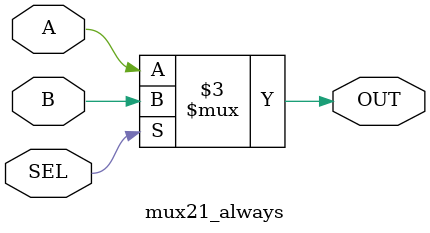
<source format=v>

module mux21_always ( SEL, A, B, OUT );
    
    // I/O
    input SEL, A, B;
    output OUT;

    // Procedural 
    reg OUT;

    // Always Block Approach
    always @(SEL or A or B) begin
        if(SEL) 
            OUT = B;
        else
            OUT = A;
    end

endmodule
</source>
